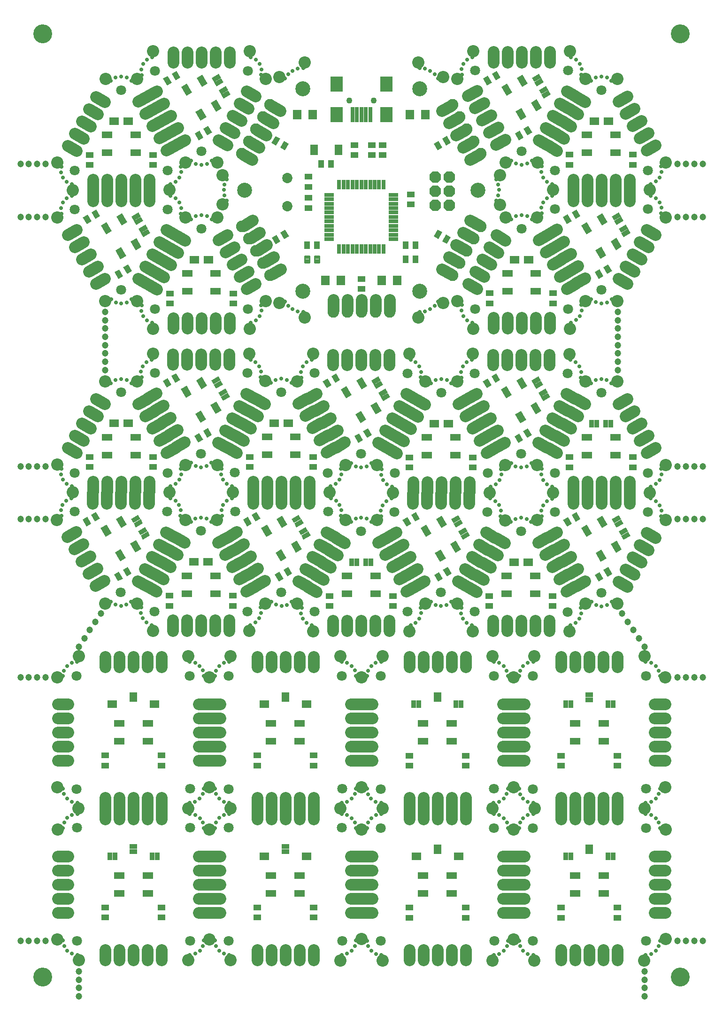
<source format=gts>
G04 EAGLE Gerber X2 export*
G75*
%MOIN*%
%FSLAX24Y24*%
%LPD*%
%AMOC8*
5,1,8,0,0,1.08239X$1,22.5*%
G01*
%ADD10C,0.070992*%
%ADD11C,0.027685*%
%ADD12C,0.106425*%
%ADD13C,0.086740*%
%ADD14C,0.047370*%
%ADD15C,0.133984*%
%ADD16R,0.039496X0.055244*%
%ADD17R,0.073000X0.047370*%
%ADD18R,0.033000X0.058000*%
%ADD19C,0.082000*%
%ADD20R,0.055244X0.039496*%
%ADD21R,0.058000X0.033000*%
%ADD22R,0.063118X0.070992*%
%ADD23C,0.073000*%
%ADD24R,0.027685X0.067055*%
%ADD25R,0.067055X0.027685*%
%ADD26R,0.057213X0.074929*%
%ADD27C,0.010750*%
%ADD28P,0.088756X8X292.500000*%
%ADD29R,0.027685X0.106425*%
%ADD30R,0.086740X0.106425*%
%ADD31C,0.043433*%
%ADD32C,0.082000*%


D10*
X15623Y34977D03*
X22218Y34974D03*
X18915Y29256D03*
D11*
X15408Y35921D03*
X15044Y35751D03*
X14784Y35451D03*
X14654Y35076D03*
X14689Y34675D03*
X18197Y28599D03*
X18529Y28375D03*
X18919Y28289D03*
X19311Y28370D03*
X19635Y28598D03*
X23146Y34678D03*
X23175Y35076D03*
X23050Y35454D03*
X22785Y35752D03*
X22426Y35925D03*
D10*
X4393Y4511D03*
X4393Y12541D03*
X12433Y4521D03*
X12423Y12541D03*
D11*
X3711Y13244D03*
X4040Y13462D03*
X4426Y13534D03*
X3492Y12914D03*
X3417Y12529D03*
X12411Y13534D03*
X12796Y13462D03*
X13123Y13240D03*
X13342Y12918D03*
X13417Y12525D03*
X3417Y4542D03*
X3492Y4153D03*
X3707Y3829D03*
X4037Y3608D03*
X4428Y3533D03*
X12409Y3533D03*
X12794Y3608D03*
X13123Y3827D03*
X13342Y4156D03*
X13417Y4542D03*
D12*
X28741Y50622D03*
X20441Y50612D03*
X32881Y57802D03*
X28741Y64982D03*
X20441Y64982D03*
X16291Y57802D03*
D11*
X15028Y57055D03*
X14874Y57421D03*
X14823Y57811D03*
X14874Y58201D03*
X15028Y58563D03*
X19157Y65717D03*
X19394Y66028D03*
X19709Y66268D03*
X20071Y66417D03*
X20461Y66469D03*
X28720Y66469D03*
X29110Y66417D03*
X29476Y66268D03*
X29787Y66028D03*
X30028Y65717D03*
X34154Y58563D03*
X34307Y58201D03*
X34358Y57811D03*
X34307Y57417D03*
X34154Y57055D03*
X30024Y49902D03*
X29787Y49591D03*
X29476Y49350D03*
X29110Y49201D03*
X28720Y49150D03*
X20461Y49150D03*
X20071Y49201D03*
X19705Y49350D03*
X19394Y49591D03*
X19157Y49902D03*
D10*
X9907Y27899D03*
X13207Y33609D03*
X16507Y27889D03*
D11*
X8982Y28184D03*
X8947Y27784D03*
X9077Y27409D03*
X9337Y27109D03*
X9702Y26939D03*
X16717Y26939D03*
X17077Y27114D03*
X17347Y27409D03*
X17472Y27789D03*
X17437Y28184D03*
X13927Y34264D03*
X13597Y34489D03*
X13207Y34569D03*
X12817Y34489D03*
X12487Y34264D03*
D10*
X4237Y37736D03*
X7537Y43446D03*
X10837Y37726D03*
D11*
X3312Y38021D03*
X3277Y37621D03*
X3407Y37246D03*
X3667Y36946D03*
X4032Y36776D03*
X11047Y36776D03*
X11407Y36951D03*
X11677Y37246D03*
X11802Y37626D03*
X11767Y38021D03*
X8257Y44101D03*
X7927Y44326D03*
X7537Y44406D03*
X7147Y44326D03*
X6817Y44101D03*
D10*
X15602Y37748D03*
X18902Y43458D03*
X22202Y37738D03*
D11*
X14677Y38033D03*
X14642Y37633D03*
X14772Y37258D03*
X15032Y36958D03*
X15397Y36788D03*
X22412Y36788D03*
X22772Y36963D03*
X23042Y37258D03*
X23167Y37638D03*
X23132Y38033D03*
X19622Y44113D03*
X19292Y44338D03*
X18902Y44418D03*
X18512Y44338D03*
X18182Y44113D03*
D10*
X4222Y34982D03*
X10817Y34979D03*
X7514Y29261D03*
D11*
X4007Y35925D03*
X3643Y35756D03*
X3383Y35456D03*
X3253Y35081D03*
X3289Y34679D03*
X6796Y28604D03*
X7128Y28380D03*
X7518Y28294D03*
X7910Y28375D03*
X8234Y28603D03*
X11745Y34683D03*
X11775Y35081D03*
X11649Y35459D03*
X11385Y35757D03*
X11025Y35930D03*
D10*
X9921Y44821D03*
X16516Y44819D03*
X13212Y39101D03*
D11*
X9705Y45765D03*
X9341Y45595D03*
X9081Y45295D03*
X8951Y44920D03*
X8987Y44519D03*
X12494Y38444D03*
X12826Y38220D03*
X13216Y38133D03*
X13608Y38215D03*
X13932Y38443D03*
X17443Y44523D03*
X17473Y44921D03*
X17347Y45299D03*
X17083Y45596D03*
X16723Y45770D03*
D10*
X38348Y34959D03*
X44943Y34956D03*
X41639Y29238D03*
D11*
X38132Y35903D03*
X37768Y35733D03*
X37508Y35433D03*
X37379Y35058D03*
X37414Y34657D03*
X40921Y28582D03*
X41253Y28357D03*
X41643Y28271D03*
X42035Y28353D03*
X42360Y28581D03*
X45870Y34660D03*
X45900Y35059D03*
X45774Y35436D03*
X45510Y35734D03*
X45150Y35907D03*
D10*
X32631Y27882D03*
X35931Y33592D03*
X39231Y27872D03*
D11*
X31706Y28167D03*
X31671Y27767D03*
X31801Y27392D03*
X32061Y27092D03*
X32426Y26922D03*
X39441Y26922D03*
X39801Y27097D03*
X40071Y27392D03*
X40196Y27772D03*
X40161Y28167D03*
X36651Y34247D03*
X36321Y34472D03*
X35931Y34552D03*
X35541Y34472D03*
X35211Y34247D03*
D10*
X26962Y37718D03*
X30262Y43428D03*
X33562Y37708D03*
D11*
X26037Y38003D03*
X26002Y37603D03*
X26132Y37228D03*
X26392Y36928D03*
X26757Y36758D03*
X33772Y36758D03*
X34132Y36933D03*
X34402Y37228D03*
X34527Y37608D03*
X34492Y38003D03*
X30982Y44083D03*
X30652Y44308D03*
X30262Y44388D03*
X29872Y44308D03*
X29542Y44083D03*
D10*
X38326Y37730D03*
X41626Y43440D03*
X44926Y37720D03*
D11*
X37401Y38015D03*
X37366Y37615D03*
X37496Y37240D03*
X37756Y36940D03*
X38121Y36770D03*
X45136Y36770D03*
X45496Y36945D03*
X45766Y37240D03*
X45891Y37620D03*
X45856Y38015D03*
X42346Y44095D03*
X42016Y44320D03*
X41626Y44400D03*
X41236Y44320D03*
X40906Y44095D03*
D10*
X26947Y34964D03*
X33542Y34961D03*
X30238Y29243D03*
D11*
X26731Y35908D03*
X26367Y35738D03*
X26107Y35438D03*
X25978Y35063D03*
X26013Y34662D03*
X29520Y28587D03*
X29852Y28362D03*
X30242Y28276D03*
X30634Y28358D03*
X30959Y28586D03*
X34469Y34665D03*
X34499Y35064D03*
X34373Y35441D03*
X34109Y35739D03*
X33749Y35912D03*
D10*
X32645Y44804D03*
X39240Y44801D03*
X35936Y39083D03*
D11*
X32429Y45747D03*
X32065Y45578D03*
X31806Y45278D03*
X31676Y44902D03*
X31711Y44501D03*
X35219Y38426D03*
X35550Y38202D03*
X35941Y38116D03*
X36332Y38197D03*
X36657Y38425D03*
X40167Y44505D03*
X40197Y44903D03*
X40071Y45281D03*
X39807Y45579D03*
X39447Y45752D03*
D10*
X9943Y66273D03*
X16538Y66270D03*
X13234Y60552D03*
D11*
X9727Y67217D03*
X9363Y67047D03*
X9103Y66747D03*
X8973Y66372D03*
X9009Y65971D03*
X12516Y59895D03*
X12848Y59671D03*
X13238Y59585D03*
X13630Y59667D03*
X13954Y59894D03*
X17465Y65974D03*
X17495Y66372D03*
X17369Y66750D03*
X17105Y67048D03*
X16745Y67221D03*
D10*
X9936Y49354D03*
X13236Y55064D03*
X16536Y49344D03*
D11*
X9011Y49639D03*
X8976Y49239D03*
X9106Y48864D03*
X9366Y48564D03*
X9731Y48394D03*
X16746Y48394D03*
X17106Y48569D03*
X17376Y48864D03*
X17501Y49244D03*
X17466Y49639D03*
X13956Y55719D03*
X13626Y55944D03*
X13236Y56024D03*
X12846Y55944D03*
X12516Y55719D03*
D10*
X38330Y59193D03*
X41630Y64903D03*
X44930Y59183D03*
D11*
X37405Y59478D03*
X37370Y59078D03*
X37500Y58703D03*
X37760Y58403D03*
X38125Y58233D03*
X45140Y58233D03*
X45500Y58408D03*
X45770Y58703D03*
X45895Y59083D03*
X45860Y59478D03*
X42350Y65558D03*
X42020Y65783D03*
X41630Y65863D03*
X41240Y65783D03*
X40910Y65558D03*
D10*
X38340Y56444D03*
X44935Y56441D03*
X41632Y50724D03*
D11*
X38124Y57388D03*
X37761Y57218D03*
X37501Y56918D03*
X37371Y56543D03*
X37406Y56142D03*
X40914Y50067D03*
X41245Y49842D03*
X41636Y49756D03*
X42027Y49838D03*
X42352Y50066D03*
X45862Y56145D03*
X45892Y56544D03*
X45767Y56921D03*
X45502Y57219D03*
X45142Y57393D03*
D10*
X21283Y44807D03*
X27878Y44804D03*
X24574Y39086D03*
D11*
X21067Y45750D03*
X20703Y45580D03*
X20444Y45280D03*
X20314Y44905D03*
X20349Y44504D03*
X23857Y38429D03*
X24188Y38205D03*
X24579Y38118D03*
X24970Y38200D03*
X25295Y38428D03*
X28805Y44508D03*
X28835Y44906D03*
X28709Y45284D03*
X28445Y45581D03*
X28085Y45755D03*
D10*
X21277Y27888D03*
X24577Y33598D03*
X27877Y27878D03*
D11*
X20352Y28173D03*
X20317Y27773D03*
X20447Y27398D03*
X20707Y27098D03*
X21072Y26928D03*
X28087Y26928D03*
X28447Y27103D03*
X28717Y27398D03*
X28842Y27778D03*
X28807Y28173D03*
X25297Y34253D03*
X24967Y34478D03*
X24577Y34558D03*
X24187Y34478D03*
X23857Y34253D03*
D10*
X32673Y66281D03*
X39268Y66278D03*
X35964Y60560D03*
D11*
X32457Y67225D03*
X32093Y67055D03*
X31833Y66755D03*
X31704Y66380D03*
X31739Y65979D03*
X35246Y59903D03*
X35578Y59679D03*
X35968Y59593D03*
X36360Y59675D03*
X36685Y59902D03*
X40195Y65982D03*
X40225Y66380D03*
X40099Y66758D03*
X39835Y67056D03*
X39475Y67229D03*
D10*
X32667Y49362D03*
X35967Y55072D03*
X39267Y49352D03*
D11*
X31742Y49647D03*
X31707Y49247D03*
X31837Y48872D03*
X32097Y48572D03*
X32462Y48402D03*
X39477Y48402D03*
X39837Y48577D03*
X40107Y48872D03*
X40232Y49252D03*
X40197Y49647D03*
X36687Y55727D03*
X36357Y55952D03*
X35967Y56032D03*
X35577Y55952D03*
X35247Y55727D03*
D10*
X4237Y59187D03*
X7537Y64897D03*
X10837Y59177D03*
D11*
X3312Y59472D03*
X3277Y59072D03*
X3407Y58697D03*
X3667Y58397D03*
X4032Y58227D03*
X11047Y58227D03*
X11407Y58402D03*
X11677Y58697D03*
X11802Y59077D03*
X11767Y59472D03*
X8257Y65552D03*
X7927Y65777D03*
X7537Y65857D03*
X7147Y65777D03*
X6817Y65552D03*
D10*
X4248Y56438D03*
X10843Y56436D03*
X7539Y50718D03*
D11*
X4032Y57382D03*
X3668Y57212D03*
X3408Y56912D03*
X3278Y56537D03*
X3314Y56136D03*
X6821Y50061D03*
X7153Y49837D03*
X7543Y49750D03*
X7935Y49832D03*
X8259Y50060D03*
X11770Y56140D03*
X11800Y56538D03*
X11674Y56916D03*
X11410Y57213D03*
X11050Y57387D03*
D10*
X4384Y15303D03*
X4384Y23333D03*
X12424Y15313D03*
X12414Y23333D03*
D11*
X3701Y24035D03*
X4031Y24254D03*
X4416Y24325D03*
X3483Y23706D03*
X3407Y23320D03*
X12401Y24325D03*
X12786Y24254D03*
X13114Y24031D03*
X13332Y23710D03*
X13407Y23317D03*
X3407Y15333D03*
X3483Y14944D03*
X3697Y14621D03*
X4027Y14400D03*
X4418Y14325D03*
X12399Y14325D03*
X12784Y14400D03*
X13114Y14619D03*
X13332Y14948D03*
X13407Y15333D03*
D10*
X15179Y15301D03*
X15179Y23331D03*
X23219Y15311D03*
X23209Y23331D03*
D11*
X14497Y24033D03*
X14826Y24252D03*
X15211Y24323D03*
X14278Y23704D03*
X14203Y23319D03*
X23196Y24323D03*
X23582Y24252D03*
X23909Y24029D03*
X24128Y23708D03*
X24203Y23315D03*
X14203Y15331D03*
X14278Y14942D03*
X14493Y14619D03*
X14822Y14398D03*
X15213Y14323D03*
X23194Y14323D03*
X23580Y14398D03*
X23909Y14617D03*
X24128Y14946D03*
X24203Y15331D03*
D10*
X15179Y4511D03*
X15179Y12541D03*
X23219Y4521D03*
X23209Y12541D03*
D11*
X14497Y13244D03*
X14826Y13462D03*
X15211Y13534D03*
X14278Y12914D03*
X14203Y12529D03*
X23196Y13534D03*
X23582Y13462D03*
X23909Y13240D03*
X24128Y12918D03*
X24203Y12525D03*
X14203Y4542D03*
X14278Y4153D03*
X14493Y3829D03*
X14822Y3608D03*
X15213Y3533D03*
X23194Y3533D03*
X23580Y3608D03*
X23909Y3827D03*
X24128Y4156D03*
X24203Y4542D03*
D10*
X25978Y4508D03*
X25978Y12538D03*
X34018Y4518D03*
X34008Y12538D03*
D11*
X25296Y13240D03*
X25625Y13459D03*
X26010Y13530D03*
X25077Y12910D03*
X25002Y12525D03*
X33996Y13530D03*
X34381Y13459D03*
X34708Y13236D03*
X34927Y12914D03*
X35002Y12521D03*
X25002Y4538D03*
X25077Y4149D03*
X25292Y3825D03*
X25621Y3604D03*
X26012Y3529D03*
X33994Y3529D03*
X34379Y3604D03*
X34708Y3823D03*
X34927Y4153D03*
X35002Y4538D03*
D10*
X25968Y15299D03*
X25968Y23329D03*
X34008Y15309D03*
X33998Y23329D03*
D11*
X25286Y24031D03*
X25615Y24250D03*
X26001Y24321D03*
X25067Y23702D03*
X24992Y23317D03*
X33986Y24321D03*
X34371Y24250D03*
X34698Y24027D03*
X34917Y23706D03*
X34992Y23313D03*
X24992Y15329D03*
X25067Y14940D03*
X25282Y14617D03*
X25611Y14396D03*
X26002Y14321D03*
X33984Y14321D03*
X34369Y14396D03*
X34698Y14615D03*
X34917Y14944D03*
X34992Y15329D03*
D10*
X36763Y15297D03*
X36763Y23327D03*
X44803Y15307D03*
X44793Y23327D03*
D11*
X36081Y24029D03*
X36411Y24248D03*
X36796Y24319D03*
X35863Y23700D03*
X35787Y23315D03*
X44781Y24319D03*
X45166Y24248D03*
X45493Y24025D03*
X45712Y23704D03*
X45787Y23311D03*
X35787Y15327D03*
X35863Y14938D03*
X36077Y14615D03*
X36407Y14394D03*
X36798Y14319D03*
X44779Y14319D03*
X45164Y14394D03*
X45493Y14613D03*
X45712Y14942D03*
X45787Y15327D03*
D10*
X36763Y4508D03*
X36763Y12538D03*
X44803Y4518D03*
X44793Y12538D03*
D11*
X36081Y13240D03*
X36411Y13459D03*
X36796Y13530D03*
X35863Y12910D03*
X35787Y12525D03*
X44781Y13530D03*
X45166Y13459D03*
X45493Y13236D03*
X45712Y12914D03*
X45787Y12521D03*
X35787Y4538D03*
X35863Y4149D03*
X36077Y3825D03*
X36407Y3604D03*
X36798Y3529D03*
X44779Y3529D03*
X45164Y3604D03*
X45493Y3823D03*
X45712Y4153D03*
X45787Y4538D03*
D13*
X4520Y3142D03*
X3016Y4634D03*
X3020Y12433D03*
X4516Y13929D03*
X12307Y13933D03*
X13807Y12425D03*
X15315Y13925D03*
X13807Y15425D03*
X12311Y3146D03*
X13807Y4634D03*
X15303Y3142D03*
X23094Y3138D03*
X26094Y3138D03*
X24606Y4646D03*
X33894Y3138D03*
X35394Y4638D03*
X36878Y3134D03*
X44681Y3138D03*
X46185Y4642D03*
X46189Y12429D03*
X44685Y13929D03*
X36898Y13929D03*
X35390Y12433D03*
X33890Y13925D03*
X35394Y15429D03*
X46181Y15425D03*
X24602Y12425D03*
X23098Y13925D03*
X24598Y15433D03*
X26094Y13921D03*
X3016Y15429D03*
X3016Y23220D03*
X4524Y24717D03*
X12299Y24720D03*
X13811Y23217D03*
X15303Y24720D03*
X23102Y24709D03*
X26098Y24717D03*
X24602Y23209D03*
X33886Y24720D03*
X35390Y23217D03*
X36878Y24713D03*
X44685Y24713D03*
X46181Y23220D03*
X10961Y36343D03*
X12098Y38299D03*
X14354Y38303D03*
X15484Y36350D03*
X14350Y34402D03*
X12087Y34394D03*
X23461Y38303D03*
X25705Y38287D03*
X26831Y36331D03*
X25701Y34382D03*
X23457Y34386D03*
X22335Y36350D03*
X34815Y38280D03*
X37079Y38295D03*
X38197Y36339D03*
X37071Y34378D03*
X34815Y34370D03*
X33693Y36339D03*
X12094Y59772D03*
X10969Y57811D03*
X12098Y55858D03*
X14370Y55862D03*
X14740Y56780D03*
X14740Y58854D03*
X14378Y59764D03*
X34449Y58850D03*
X34846Y59764D03*
X37087Y59760D03*
X38201Y57815D03*
X37083Y55858D03*
X34839Y55866D03*
X34445Y56760D03*
X16650Y46193D03*
X17772Y44244D03*
X20028Y44236D03*
X21157Y46177D03*
X20567Y48748D03*
X18768Y49787D03*
X17799Y49925D03*
X16665Y47969D03*
X28630Y48752D03*
X30417Y49799D03*
X31413Y49925D03*
X32531Y47969D03*
X32512Y46177D03*
X31398Y44220D03*
X29142Y44232D03*
X28012Y46181D03*
X6406Y44236D03*
X8669Y44240D03*
X9791Y46193D03*
X9807Y47969D03*
X8673Y49921D03*
X6417Y49917D03*
X42772Y49921D03*
X40512Y49929D03*
X39386Y47969D03*
X39378Y46173D03*
X40504Y44228D03*
X42764Y44228D03*
X2988Y38307D03*
X4102Y36350D03*
X2972Y34390D03*
X6406Y28457D03*
X8661Y28453D03*
X9787Y26508D03*
X16650Y26508D03*
X17780Y28461D03*
X20035Y28457D03*
X21161Y26500D03*
X28008Y26504D03*
X29130Y28449D03*
X31390Y28457D03*
X32516Y26500D03*
X39370Y26500D03*
X40512Y28445D03*
X42768Y28445D03*
X46189Y34378D03*
X45063Y36339D03*
X46193Y38295D03*
X2988Y55858D03*
X4114Y57803D03*
X2988Y59760D03*
X6421Y65693D03*
X8677Y65697D03*
X9811Y67654D03*
X16665Y67642D03*
X17791Y65693D03*
X18768Y65831D03*
X20563Y66870D03*
X28626Y66862D03*
X30417Y65827D03*
X31413Y65705D03*
X32531Y67654D03*
X39394Y67654D03*
X40512Y65701D03*
X42764Y65697D03*
X46189Y59764D03*
X45059Y57815D03*
X46193Y55862D03*
D14*
X4528Y2362D03*
X4528Y1772D03*
X4528Y1181D03*
X4528Y591D03*
X2165Y4528D03*
X1575Y4528D03*
X984Y4528D03*
X394Y4528D03*
X44685Y2362D03*
X44685Y1772D03*
X44685Y1181D03*
X44685Y591D03*
X47047Y4528D03*
X47638Y4528D03*
X48228Y4528D03*
X48819Y4528D03*
X47047Y23228D03*
X47638Y23228D03*
X48228Y23228D03*
X48819Y23228D03*
X2165Y23228D03*
X1575Y23228D03*
X984Y23228D03*
X394Y23228D03*
X2165Y59646D03*
X1575Y59646D03*
X984Y59646D03*
X394Y59646D03*
X47047Y59646D03*
X47638Y59646D03*
X48228Y59646D03*
X48819Y59646D03*
X47047Y55906D03*
X47638Y55906D03*
X48228Y55906D03*
X48819Y55906D03*
X2165Y55906D03*
X1575Y55906D03*
X984Y55906D03*
X394Y55906D03*
X394Y38189D03*
X984Y38189D03*
X1575Y38189D03*
X2165Y38189D03*
X394Y34449D03*
X984Y34449D03*
X1575Y34449D03*
X2165Y34449D03*
X47047Y38189D03*
X47638Y38189D03*
X48228Y38189D03*
X48819Y38189D03*
X47047Y34449D03*
X47638Y34449D03*
X48228Y34449D03*
X48819Y34449D03*
X6398Y49163D03*
X6398Y48573D03*
X6398Y47982D03*
X6398Y47392D03*
X6398Y46801D03*
X6398Y46211D03*
X6398Y45620D03*
X6398Y45030D03*
X42815Y49163D03*
X42815Y48573D03*
X42815Y47982D03*
X42815Y47392D03*
X42815Y46801D03*
X42815Y46211D03*
X42815Y45620D03*
X42815Y45030D03*
X6102Y27756D03*
X5709Y27165D03*
X5315Y26575D03*
X4921Y25984D03*
X4528Y25394D03*
X43110Y27756D03*
X43504Y27165D03*
X43898Y26575D03*
X44291Y25984D03*
X44685Y25394D03*
D15*
X1969Y1969D03*
X47244Y1969D03*
X47244Y68898D03*
X1969Y68898D03*
D16*
G36*
X16805Y34765D02*
X17145Y34962D01*
X17421Y34485D01*
X17081Y34288D01*
X16805Y34765D01*
G37*
G36*
X16192Y34410D02*
X16532Y34607D01*
X16808Y34130D01*
X16468Y33933D01*
X16192Y34410D01*
G37*
D17*
G36*
X18903Y32309D02*
X19268Y31678D01*
X18859Y31441D01*
X18494Y32072D01*
X18903Y32309D01*
G37*
G36*
X17888Y34067D02*
X18253Y33436D01*
X17844Y33199D01*
X17479Y33830D01*
X17888Y34067D01*
G37*
G36*
X18979Y34697D02*
X19344Y34066D01*
X18935Y33829D01*
X18570Y34460D01*
X18979Y34697D01*
G37*
G36*
X19994Y32939D02*
X20359Y32308D01*
X19950Y32071D01*
X19585Y32702D01*
X19994Y32939D01*
G37*
D18*
G36*
X20320Y34441D02*
X20485Y34156D01*
X19984Y33867D01*
X19819Y34152D01*
X20320Y34441D01*
G37*
G36*
X20143Y34748D02*
X20308Y34463D01*
X19807Y34174D01*
X19642Y34459D01*
X20143Y34748D01*
G37*
G36*
X20307Y33308D02*
X20142Y33593D01*
X20643Y33882D01*
X20808Y33597D01*
X20307Y33308D01*
G37*
G36*
X20484Y33001D02*
X20319Y33286D01*
X20820Y33575D01*
X20985Y33290D01*
X20484Y33001D01*
G37*
D16*
G36*
X19055Y30868D02*
X19395Y31065D01*
X19671Y30588D01*
X19331Y30391D01*
X19055Y30868D01*
G37*
G36*
X18442Y30513D02*
X18782Y30710D01*
X19058Y30233D01*
X18718Y30036D01*
X18442Y30513D01*
G37*
D19*
X15736Y33541D02*
X15096Y33171D01*
X15596Y32305D02*
X16236Y32675D01*
X16736Y31809D02*
X16096Y31439D01*
X16596Y30573D02*
X17236Y30943D01*
X17736Y30077D02*
X17096Y29707D01*
X20115Y30057D02*
X20756Y29687D01*
X21256Y30553D02*
X20615Y30923D01*
X21115Y31789D02*
X21756Y31419D01*
X22256Y32285D02*
X21615Y32655D01*
X22115Y33521D02*
X22756Y33151D01*
X16914Y35568D02*
X16914Y36308D01*
X17914Y36308D02*
X17914Y35568D01*
X18914Y35568D02*
X18914Y36308D01*
X19914Y36308D02*
X19914Y35568D01*
X20914Y35568D02*
X20914Y36308D01*
D20*
X6413Y6886D03*
X6413Y6177D03*
D17*
X9428Y7902D03*
X7399Y7902D03*
X7399Y9161D03*
X9428Y9161D03*
D18*
X9736Y10531D03*
X10091Y10531D03*
D21*
X8413Y10854D03*
X8413Y11209D03*
D18*
X7091Y10531D03*
X6736Y10531D03*
D19*
X3783Y6531D02*
X3043Y6531D01*
X3043Y7531D02*
X3783Y7531D01*
X3783Y8531D02*
X3043Y8531D01*
X3043Y9531D02*
X3783Y9531D01*
X3783Y10531D02*
X3043Y10531D01*
X13043Y6531D02*
X13783Y6531D01*
X13783Y7531D02*
X13043Y7531D01*
X13043Y8531D02*
X13783Y8531D01*
X13783Y9531D02*
X13043Y9531D01*
X13043Y10531D02*
X13783Y10531D01*
X6413Y13161D02*
X6413Y13901D01*
X7413Y13901D02*
X7413Y13161D01*
X8413Y13161D02*
X8413Y13901D01*
X9413Y13901D02*
X9413Y13161D01*
X10413Y13161D02*
X10413Y13901D01*
X6413Y3901D02*
X6413Y3161D01*
X7413Y3161D02*
X7413Y3901D01*
X8413Y3901D02*
X8413Y3161D01*
X9413Y3161D02*
X9413Y3901D01*
X10413Y3901D02*
X10413Y3161D01*
D20*
X10413Y6886D03*
X10413Y6177D03*
D16*
X27736Y52892D03*
X28445Y52892D03*
D22*
X21142Y63142D03*
X20039Y63142D03*
D16*
X21736Y59642D03*
X22445Y59642D03*
X28445Y53892D03*
X27736Y53892D03*
D20*
X28091Y57496D03*
X28091Y56787D03*
D16*
X21445Y53892D03*
X20736Y53892D03*
D23*
X19341Y58642D03*
X19341Y56642D03*
D20*
X20841Y56537D03*
X20841Y57246D03*
X20841Y58746D03*
X20841Y58037D03*
X24091Y60996D03*
X24091Y60287D03*
X25341Y60287D03*
X25341Y60996D03*
X26091Y60287D03*
X26091Y60996D03*
D24*
X26165Y58175D03*
X25850Y58175D03*
X25535Y58175D03*
X25220Y58175D03*
X24906Y58175D03*
X24591Y58175D03*
X24276Y58175D03*
X23961Y58175D03*
X23646Y58175D03*
X23331Y58175D03*
X23016Y58175D03*
D25*
X22307Y57467D03*
X22307Y57152D03*
X22307Y56837D03*
X22307Y56522D03*
X22307Y56207D03*
X22307Y55892D03*
X22307Y55577D03*
X22307Y55262D03*
X22307Y54947D03*
X22307Y54632D03*
X22307Y54317D03*
D24*
X23016Y53608D03*
X23331Y53608D03*
X23646Y53608D03*
X23961Y53608D03*
X24276Y53608D03*
X24591Y53608D03*
X24906Y53608D03*
X25220Y53608D03*
X25535Y53608D03*
X25850Y53608D03*
X26165Y53608D03*
D25*
X26874Y54317D03*
X26874Y54632D03*
X26874Y54947D03*
X26874Y55262D03*
X26874Y55577D03*
X26874Y55892D03*
X26874Y56207D03*
X26874Y56522D03*
X26874Y56837D03*
X26874Y57152D03*
X26874Y57467D03*
D26*
X22957Y60642D03*
X21224Y60642D03*
D27*
X21280Y53128D02*
X21602Y53128D01*
X21602Y52656D01*
X21280Y52656D01*
X21280Y53128D01*
X21280Y52763D02*
X21602Y52763D01*
X21602Y52870D02*
X21280Y52870D01*
X21280Y52977D02*
X21602Y52977D01*
X21602Y53084D02*
X21280Y53084D01*
X20902Y53128D02*
X20580Y53128D01*
X20902Y53128D02*
X20902Y52656D01*
X20580Y52656D01*
X20580Y53128D01*
X20580Y52763D02*
X20902Y52763D01*
X20902Y52870D02*
X20580Y52870D01*
X20580Y52977D02*
X20902Y52977D01*
X20902Y53084D02*
X20580Y53084D01*
D28*
X29841Y58709D03*
X30841Y58709D03*
X29841Y57709D03*
X30841Y57709D03*
X29841Y56709D03*
X30841Y56709D03*
D20*
X24591Y51496D03*
X24591Y50787D03*
D29*
X24591Y63157D03*
X24906Y63157D03*
X23961Y63157D03*
X24276Y63157D03*
D30*
X22819Y65323D03*
X26362Y65323D03*
X22819Y63157D03*
X26362Y63157D03*
D29*
X25220Y63157D03*
D31*
X25457Y64142D03*
X23724Y64142D03*
D22*
X28039Y63142D03*
X29142Y63142D03*
X23142Y51392D03*
X22039Y51392D03*
X26039Y51392D03*
X27142Y51392D03*
D32*
X26591Y49142D03*
X25591Y49142D03*
X24591Y49142D03*
X23591Y49142D03*
X22591Y49142D03*
D19*
X26591Y49272D02*
X26591Y50012D01*
X25591Y50012D02*
X25591Y49272D01*
X24591Y49272D02*
X24591Y50012D01*
X23591Y50012D02*
X23591Y49272D01*
X22591Y49272D02*
X22591Y50012D01*
D32*
X31069Y51757D03*
X31569Y52623D03*
X32069Y53489D03*
X32569Y54355D03*
X33069Y55222D03*
D19*
X30956Y51822D02*
X30315Y52192D01*
X30815Y53058D02*
X31456Y52688D01*
X31956Y53554D02*
X31315Y53924D01*
X31815Y54790D02*
X32456Y54420D01*
X32956Y55287D02*
X32315Y55657D01*
D16*
G36*
X30062Y54330D02*
X29722Y54527D01*
X29998Y55004D01*
X30338Y54807D01*
X30062Y54330D01*
G37*
G36*
X30675Y53975D02*
X30335Y54172D01*
X30611Y54649D01*
X30951Y54452D01*
X30675Y53975D01*
G37*
D32*
X33069Y60395D03*
X32569Y61261D03*
X32069Y62127D03*
X31569Y62993D03*
X31069Y63859D03*
D19*
X32956Y60330D02*
X32315Y59960D01*
X31815Y60826D02*
X32456Y61196D01*
X31956Y62062D02*
X31315Y61692D01*
X30815Y62558D02*
X31456Y62928D01*
X30956Y63794D02*
X30315Y63424D01*
D16*
G36*
X30338Y60810D02*
X29998Y60613D01*
X29722Y61090D01*
X30062Y61287D01*
X30338Y60810D01*
G37*
G36*
X30951Y61164D02*
X30611Y60967D01*
X30335Y61444D01*
X30675Y61641D01*
X30951Y61164D01*
G37*
D32*
X18093Y63856D03*
X17593Y62990D03*
X17093Y62124D03*
X16593Y61258D03*
X16093Y60392D03*
D19*
X18205Y63791D02*
X18846Y63421D01*
X18346Y62555D02*
X17705Y62925D01*
X17205Y62059D02*
X17846Y61689D01*
X17346Y60823D02*
X16705Y61193D01*
X16205Y60327D02*
X16846Y59957D01*
D16*
G36*
X19099Y61284D02*
X19439Y61087D01*
X19163Y60610D01*
X18823Y60807D01*
X19099Y61284D01*
G37*
G36*
X18486Y61638D02*
X18826Y61441D01*
X18550Y60964D01*
X18210Y61161D01*
X18486Y61638D01*
G37*
D32*
X16107Y55207D03*
X16607Y54341D03*
X17107Y53475D03*
X17607Y52609D03*
X18107Y51743D03*
D19*
X16219Y55272D02*
X16860Y55642D01*
X17360Y54776D02*
X16719Y54406D01*
X17219Y53540D02*
X17860Y53910D01*
X18360Y53044D02*
X17719Y52674D01*
X18219Y51808D02*
X18860Y52178D01*
D16*
G36*
X18838Y54792D02*
X19178Y54989D01*
X19454Y54512D01*
X19114Y54315D01*
X18838Y54792D01*
G37*
G36*
X18224Y54438D02*
X18564Y54635D01*
X18840Y54158D01*
X18500Y53961D01*
X18224Y54438D01*
G37*
D20*
X10957Y29014D03*
X10957Y28305D03*
D17*
X14221Y29170D03*
X12192Y29170D03*
X12192Y30429D03*
X14221Y30429D03*
D18*
X12884Y31409D03*
X12530Y31409D03*
X13530Y31409D03*
X13884Y31409D03*
D20*
X15457Y29014D03*
X15457Y28305D03*
D19*
X11207Y27279D02*
X11207Y26539D01*
X12207Y26539D02*
X12207Y27279D01*
X13207Y27279D02*
X13207Y26539D01*
X14207Y26539D02*
X14207Y27279D01*
X15207Y27279D02*
X15207Y26539D01*
X16414Y29329D02*
X17055Y29699D01*
X16555Y30565D02*
X15914Y30195D01*
X15414Y31061D02*
X16055Y31431D01*
X15555Y32298D02*
X14914Y31928D01*
X14414Y32794D02*
X15055Y33164D01*
X10041Y29313D02*
X9400Y29683D01*
X9900Y30549D02*
X10541Y30179D01*
X11041Y31045D02*
X10400Y31415D01*
X10900Y32281D02*
X11541Y31911D01*
X12041Y32777D02*
X11400Y33147D01*
D20*
X5287Y38850D03*
X5287Y38142D03*
D17*
X8552Y39006D03*
X6523Y39006D03*
X6523Y40266D03*
X8552Y40266D03*
D18*
X7215Y41246D03*
X6860Y41246D03*
X7860Y41246D03*
X8215Y41246D03*
D20*
X9787Y38850D03*
X9787Y38142D03*
D19*
X5537Y37116D02*
X5537Y36376D01*
X6537Y36376D02*
X6537Y37116D01*
X7537Y37116D02*
X7537Y36376D01*
X8537Y36376D02*
X8537Y37116D01*
X9537Y37116D02*
X9537Y36376D01*
X10744Y39166D02*
X11385Y39536D01*
X10885Y40402D02*
X10244Y40032D01*
X9744Y40898D02*
X10385Y41268D01*
X9885Y42134D02*
X9244Y41764D01*
X8744Y42630D02*
X9385Y43000D01*
X4371Y39149D02*
X3731Y39519D01*
X4231Y40385D02*
X4871Y40015D01*
X5371Y40881D02*
X4731Y41251D01*
X5231Y42117D02*
X5871Y41747D01*
X6371Y42613D02*
X5731Y42983D01*
D20*
X16652Y38862D03*
X16652Y38154D03*
D17*
X19916Y39018D03*
X17887Y39018D03*
X17887Y40278D03*
X19916Y40278D03*
D18*
X18579Y41258D03*
X18224Y41258D03*
X19224Y41258D03*
X19579Y41258D03*
D20*
X21152Y38862D03*
X21152Y38154D03*
D19*
X16902Y37128D02*
X16902Y36388D01*
X17902Y36388D02*
X17902Y37128D01*
X18902Y37128D02*
X18902Y36388D01*
X19902Y36388D02*
X19902Y37128D01*
X20902Y37128D02*
X20902Y36388D01*
X22109Y39178D02*
X22749Y39548D01*
X22249Y40414D02*
X21609Y40044D01*
X21109Y40910D02*
X21749Y41280D01*
X21249Y42146D02*
X20609Y41776D01*
X20109Y42642D02*
X20749Y43012D01*
X15736Y39161D02*
X15095Y39531D01*
X15595Y40397D02*
X16236Y40027D01*
X16736Y40893D02*
X16095Y41263D01*
X16595Y42129D02*
X17236Y41759D01*
X17736Y42625D02*
X17095Y42995D01*
D16*
G36*
X5404Y34770D02*
X5744Y34967D01*
X6020Y34490D01*
X5680Y34293D01*
X5404Y34770D01*
G37*
G36*
X4791Y34415D02*
X5131Y34612D01*
X5407Y34135D01*
X5067Y33938D01*
X4791Y34415D01*
G37*
D17*
G36*
X7502Y32314D02*
X7867Y31683D01*
X7458Y31446D01*
X7093Y32077D01*
X7502Y32314D01*
G37*
G36*
X6487Y34072D02*
X6852Y33441D01*
X6443Y33204D01*
X6078Y33835D01*
X6487Y34072D01*
G37*
G36*
X7578Y34702D02*
X7943Y34071D01*
X7534Y33834D01*
X7169Y34465D01*
X7578Y34702D01*
G37*
G36*
X8593Y32944D02*
X8958Y32313D01*
X8549Y32076D01*
X8184Y32707D01*
X8593Y32944D01*
G37*
D18*
G36*
X8919Y34446D02*
X9084Y34161D01*
X8583Y33872D01*
X8418Y34157D01*
X8919Y34446D01*
G37*
G36*
X8742Y34752D02*
X8907Y34467D01*
X8406Y34178D01*
X8241Y34463D01*
X8742Y34752D01*
G37*
G36*
X8906Y33312D02*
X8741Y33597D01*
X9242Y33886D01*
X9407Y33601D01*
X8906Y33312D01*
G37*
G36*
X9083Y33006D02*
X8918Y33291D01*
X9419Y33580D01*
X9584Y33295D01*
X9083Y33006D01*
G37*
D16*
G36*
X7654Y30873D02*
X7994Y31070D01*
X8270Y30593D01*
X7930Y30396D01*
X7654Y30873D01*
G37*
G36*
X7041Y30518D02*
X7381Y30715D01*
X7657Y30238D01*
X7317Y30041D01*
X7041Y30518D01*
G37*
D19*
X4335Y33546D02*
X3695Y33176D01*
X4195Y32310D02*
X4835Y32680D01*
X5335Y31814D02*
X4695Y31444D01*
X5195Y30578D02*
X5835Y30948D01*
X6335Y30082D02*
X5695Y29712D01*
X8714Y30062D02*
X9355Y29692D01*
X9855Y30558D02*
X9214Y30928D01*
X9714Y31794D02*
X10355Y31424D01*
X10855Y32290D02*
X10214Y32660D01*
X10714Y33526D02*
X11355Y33156D01*
X5513Y35572D02*
X5513Y36312D01*
X6513Y36312D02*
X6513Y35572D01*
X7513Y35572D02*
X7513Y36312D01*
X8513Y36312D02*
X8513Y35572D01*
X9513Y35572D02*
X9513Y36312D01*
D16*
G36*
X11103Y44609D02*
X11443Y44806D01*
X11719Y44329D01*
X11379Y44132D01*
X11103Y44609D01*
G37*
G36*
X10489Y44255D02*
X10829Y44452D01*
X11105Y43975D01*
X10765Y43778D01*
X10489Y44255D01*
G37*
D17*
G36*
X13200Y42154D02*
X13565Y41523D01*
X13156Y41286D01*
X12791Y41917D01*
X13200Y42154D01*
G37*
G36*
X12185Y43911D02*
X12550Y43280D01*
X12141Y43043D01*
X11776Y43674D01*
X12185Y43911D01*
G37*
G36*
X13276Y44541D02*
X13641Y43910D01*
X13232Y43673D01*
X12867Y44304D01*
X13276Y44541D01*
G37*
G36*
X14291Y42784D02*
X14656Y42153D01*
X14247Y41916D01*
X13882Y42547D01*
X14291Y42784D01*
G37*
D18*
G36*
X14617Y44285D02*
X14782Y44000D01*
X14281Y43711D01*
X14116Y43996D01*
X14617Y44285D01*
G37*
G36*
X14440Y44592D02*
X14605Y44307D01*
X14104Y44018D01*
X13939Y44303D01*
X14440Y44592D01*
G37*
G36*
X14604Y43152D02*
X14439Y43437D01*
X14940Y43726D01*
X15105Y43441D01*
X14604Y43152D01*
G37*
G36*
X14781Y42845D02*
X14616Y43130D01*
X15117Y43419D01*
X15282Y43134D01*
X14781Y42845D01*
G37*
D16*
G36*
X13353Y40712D02*
X13693Y40909D01*
X13969Y40432D01*
X13629Y40235D01*
X13353Y40712D01*
G37*
G36*
X12739Y40358D02*
X13079Y40555D01*
X13355Y40078D01*
X13015Y39881D01*
X12739Y40358D01*
G37*
D19*
X10034Y43386D02*
X9393Y43016D01*
X9893Y42150D02*
X10534Y42520D01*
X11034Y41654D02*
X10393Y41284D01*
X10893Y40418D02*
X11534Y40788D01*
X12034Y39922D02*
X11393Y39552D01*
X14412Y39901D02*
X15053Y39531D01*
X15553Y40397D02*
X14912Y40767D01*
X15412Y41633D02*
X16053Y41263D01*
X16553Y42129D02*
X15912Y42499D01*
X16412Y43365D02*
X17053Y42995D01*
X11212Y45412D02*
X11212Y46152D01*
X12212Y46152D02*
X12212Y45412D01*
X13212Y45412D02*
X13212Y46152D01*
X14212Y46152D02*
X14212Y45412D01*
X15212Y45412D02*
X15212Y46152D01*
D16*
G36*
X39530Y34747D02*
X39870Y34944D01*
X40146Y34467D01*
X39806Y34270D01*
X39530Y34747D01*
G37*
G36*
X38916Y34393D02*
X39256Y34590D01*
X39532Y34113D01*
X39192Y33916D01*
X38916Y34393D01*
G37*
D17*
G36*
X41627Y32292D02*
X41992Y31661D01*
X41583Y31424D01*
X41218Y32055D01*
X41627Y32292D01*
G37*
G36*
X40612Y34049D02*
X40977Y33418D01*
X40568Y33181D01*
X40203Y33812D01*
X40612Y34049D01*
G37*
G36*
X41703Y34679D02*
X42068Y34048D01*
X41659Y33811D01*
X41294Y34442D01*
X41703Y34679D01*
G37*
G36*
X42718Y32922D02*
X43083Y32291D01*
X42674Y32054D01*
X42309Y32685D01*
X42718Y32922D01*
G37*
D18*
G36*
X43044Y34423D02*
X43209Y34138D01*
X42708Y33849D01*
X42543Y34134D01*
X43044Y34423D01*
G37*
G36*
X42867Y34730D02*
X43032Y34445D01*
X42531Y34156D01*
X42366Y34441D01*
X42867Y34730D01*
G37*
G36*
X43031Y33290D02*
X42866Y33575D01*
X43367Y33864D01*
X43532Y33579D01*
X43031Y33290D01*
G37*
G36*
X43208Y32983D02*
X43043Y33268D01*
X43544Y33557D01*
X43709Y33272D01*
X43208Y32983D01*
G37*
D16*
G36*
X41780Y30850D02*
X42120Y31047D01*
X42396Y30570D01*
X42056Y30373D01*
X41780Y30850D01*
G37*
G36*
X41166Y30496D02*
X41506Y30693D01*
X41782Y30216D01*
X41442Y30019D01*
X41166Y30496D01*
G37*
D19*
X38461Y33523D02*
X37820Y33153D01*
X38320Y32287D02*
X38961Y32657D01*
X39461Y31791D02*
X38820Y31421D01*
X39320Y30555D02*
X39961Y30925D01*
X40461Y30059D02*
X39820Y29689D01*
X42840Y30039D02*
X43481Y29669D01*
X43981Y30535D02*
X43340Y30905D01*
X43840Y31771D02*
X44481Y31401D01*
X44981Y32267D02*
X44340Y32637D01*
X44840Y33503D02*
X45481Y33133D01*
X39639Y35550D02*
X39639Y36290D01*
X40639Y36290D02*
X40639Y35550D01*
X41639Y35550D02*
X41639Y36290D01*
X42639Y36290D02*
X42639Y35550D01*
X43639Y35550D02*
X43639Y36290D01*
D20*
X33681Y28996D03*
X33681Y28287D03*
D17*
X36946Y29152D03*
X34917Y29152D03*
X34917Y30412D03*
X36946Y30412D03*
D18*
X35608Y31392D03*
X35254Y31392D03*
X36254Y31392D03*
X36608Y31392D03*
D20*
X38181Y28996D03*
X38181Y28287D03*
D19*
X33931Y27262D02*
X33931Y26522D01*
X34931Y26522D02*
X34931Y27262D01*
X35931Y27262D02*
X35931Y26522D01*
X36931Y26522D02*
X36931Y27262D01*
X37931Y27262D02*
X37931Y26522D01*
X39138Y29312D02*
X39779Y29682D01*
X39279Y30548D02*
X38638Y30178D01*
X38138Y31044D02*
X38779Y31414D01*
X38279Y32280D02*
X37638Y31910D01*
X37138Y32776D02*
X37779Y33146D01*
X32765Y29295D02*
X32124Y29665D01*
X32624Y30531D02*
X33265Y30161D01*
X33765Y31027D02*
X33124Y31397D01*
X33624Y32263D02*
X34265Y31893D01*
X34765Y32759D02*
X34124Y33129D01*
D20*
X28012Y38833D03*
X28012Y38124D03*
D17*
X31276Y38988D03*
X29247Y38988D03*
X29247Y40248D03*
X31276Y40248D03*
D18*
X29939Y41228D03*
X29585Y41228D03*
X30585Y41228D03*
X30939Y41228D03*
D20*
X32512Y38833D03*
X32512Y38124D03*
D19*
X28262Y37098D02*
X28262Y36358D01*
X29262Y36358D02*
X29262Y37098D01*
X30262Y37098D02*
X30262Y36358D01*
X31262Y36358D02*
X31262Y37098D01*
X32262Y37098D02*
X32262Y36358D01*
X33469Y39148D02*
X34110Y39518D01*
X33610Y40384D02*
X32969Y40014D01*
X32469Y40880D02*
X33110Y41250D01*
X32610Y42116D02*
X31969Y41746D01*
X31469Y42612D02*
X32110Y42982D01*
X27096Y39132D02*
X26455Y39502D01*
X26955Y40368D02*
X27596Y39998D01*
X28096Y40864D02*
X27455Y41234D01*
X27955Y42100D02*
X28596Y41730D01*
X29096Y42596D02*
X28455Y42966D01*
D20*
X39376Y38844D03*
X39376Y38136D03*
D17*
X42641Y39000D03*
X40611Y39000D03*
X40611Y40260D03*
X42641Y40260D03*
D18*
X41303Y41240D03*
X40949Y41240D03*
X41949Y41240D03*
X42303Y41240D03*
D20*
X43876Y38844D03*
X43876Y38136D03*
D19*
X39626Y37110D02*
X39626Y36370D01*
X40626Y36370D02*
X40626Y37110D01*
X41626Y37110D02*
X41626Y36370D01*
X42626Y36370D02*
X42626Y37110D01*
X43626Y37110D02*
X43626Y36370D01*
X44833Y39160D02*
X45474Y39530D01*
X44974Y40396D02*
X44333Y40026D01*
X43833Y40892D02*
X44474Y41262D01*
X43974Y42128D02*
X43333Y41758D01*
X42833Y42624D02*
X43474Y42994D01*
X38460Y39143D02*
X37819Y39513D01*
X38319Y40379D02*
X38960Y40009D01*
X39460Y40876D02*
X38819Y41246D01*
X39319Y42112D02*
X39960Y41742D01*
X40460Y42608D02*
X39819Y42978D01*
D16*
G36*
X28129Y34752D02*
X28469Y34949D01*
X28745Y34472D01*
X28405Y34275D01*
X28129Y34752D01*
G37*
G36*
X27515Y34398D02*
X27855Y34595D01*
X28131Y34118D01*
X27791Y33921D01*
X27515Y34398D01*
G37*
D17*
G36*
X30226Y32297D02*
X30591Y31666D01*
X30182Y31429D01*
X29817Y32060D01*
X30226Y32297D01*
G37*
G36*
X29211Y34054D02*
X29576Y33423D01*
X29167Y33186D01*
X28802Y33817D01*
X29211Y34054D01*
G37*
G36*
X30302Y34684D02*
X30667Y34053D01*
X30258Y33816D01*
X29893Y34447D01*
X30302Y34684D01*
G37*
G36*
X31317Y32927D02*
X31682Y32296D01*
X31273Y32059D01*
X30908Y32690D01*
X31317Y32927D01*
G37*
D18*
G36*
X31643Y34428D02*
X31808Y34143D01*
X31307Y33854D01*
X31142Y34139D01*
X31643Y34428D01*
G37*
G36*
X31466Y34735D02*
X31631Y34450D01*
X31130Y34161D01*
X30965Y34446D01*
X31466Y34735D01*
G37*
G36*
X31630Y33295D02*
X31465Y33580D01*
X31966Y33869D01*
X32131Y33584D01*
X31630Y33295D01*
G37*
G36*
X31807Y32988D02*
X31642Y33273D01*
X32143Y33562D01*
X32308Y33277D01*
X31807Y32988D01*
G37*
D16*
G36*
X30379Y30855D02*
X30719Y31052D01*
X30995Y30575D01*
X30655Y30378D01*
X30379Y30855D01*
G37*
G36*
X29765Y30501D02*
X30105Y30698D01*
X30381Y30221D01*
X30041Y30024D01*
X29765Y30501D01*
G37*
D19*
X27060Y33528D02*
X26419Y33158D01*
X26919Y32292D02*
X27560Y32662D01*
X28060Y31796D02*
X27419Y31426D01*
X27919Y30560D02*
X28560Y30930D01*
X29060Y30064D02*
X28419Y29694D01*
X31439Y30044D02*
X32080Y29674D01*
X32580Y30540D02*
X31939Y30910D01*
X32439Y31776D02*
X33080Y31406D01*
X33580Y32272D02*
X32939Y32642D01*
X33439Y33508D02*
X34080Y33138D01*
X28238Y35555D02*
X28238Y36295D01*
X29238Y36295D02*
X29238Y35555D01*
X30238Y35555D02*
X30238Y36295D01*
X31238Y36295D02*
X31238Y35555D01*
X32238Y35555D02*
X32238Y36295D01*
D16*
G36*
X33827Y44592D02*
X34167Y44789D01*
X34443Y44312D01*
X34103Y44115D01*
X33827Y44592D01*
G37*
G36*
X33213Y44237D02*
X33553Y44434D01*
X33829Y43957D01*
X33489Y43760D01*
X33213Y44237D01*
G37*
D17*
G36*
X35924Y42136D02*
X36289Y41505D01*
X35880Y41268D01*
X35515Y41899D01*
X35924Y42136D01*
G37*
G36*
X34910Y43894D02*
X35275Y43263D01*
X34866Y43026D01*
X34501Y43657D01*
X34910Y43894D01*
G37*
G36*
X36001Y44523D02*
X36366Y43892D01*
X35957Y43655D01*
X35592Y44286D01*
X36001Y44523D01*
G37*
G36*
X37015Y42766D02*
X37380Y42135D01*
X36971Y41898D01*
X36606Y42529D01*
X37015Y42766D01*
G37*
D18*
G36*
X37341Y44267D02*
X37506Y43982D01*
X37005Y43693D01*
X36840Y43978D01*
X37341Y44267D01*
G37*
G36*
X37164Y44574D02*
X37329Y44289D01*
X36828Y44000D01*
X36663Y44285D01*
X37164Y44574D01*
G37*
G36*
X37328Y43134D02*
X37163Y43419D01*
X37664Y43708D01*
X37829Y43423D01*
X37328Y43134D01*
G37*
G36*
X37505Y42827D02*
X37340Y43112D01*
X37841Y43401D01*
X38006Y43116D01*
X37505Y42827D01*
G37*
D16*
G36*
X36077Y40694D02*
X36417Y40891D01*
X36693Y40414D01*
X36353Y40217D01*
X36077Y40694D01*
G37*
G36*
X35463Y40340D02*
X35803Y40537D01*
X36079Y40060D01*
X35739Y39863D01*
X35463Y40340D01*
G37*
D19*
X32758Y43368D02*
X32117Y42998D01*
X32617Y42132D02*
X33258Y42502D01*
X33758Y41636D02*
X33117Y41266D01*
X33617Y40400D02*
X34258Y40770D01*
X34758Y39904D02*
X34117Y39534D01*
X37137Y39884D02*
X37778Y39514D01*
X38278Y40380D02*
X37637Y40750D01*
X38137Y41616D02*
X38778Y41246D01*
X39278Y42112D02*
X38637Y42482D01*
X39137Y43348D02*
X39778Y42978D01*
X33936Y45394D02*
X33936Y46134D01*
X34936Y46134D02*
X34936Y45394D01*
X35936Y45394D02*
X35936Y46134D01*
X36936Y46134D02*
X36936Y45394D01*
X37936Y45394D02*
X37936Y46134D01*
D16*
G36*
X11125Y66061D02*
X11465Y66258D01*
X11741Y65781D01*
X11401Y65584D01*
X11125Y66061D01*
G37*
G36*
X10511Y65707D02*
X10851Y65904D01*
X11127Y65427D01*
X10787Y65230D01*
X10511Y65707D01*
G37*
D17*
G36*
X13222Y63606D02*
X13587Y62975D01*
X13178Y62738D01*
X12813Y63369D01*
X13222Y63606D01*
G37*
G36*
X12207Y65363D02*
X12572Y64732D01*
X12163Y64495D01*
X11798Y65126D01*
X12207Y65363D01*
G37*
G36*
X13298Y65993D02*
X13663Y65362D01*
X13254Y65125D01*
X12889Y65756D01*
X13298Y65993D01*
G37*
G36*
X14313Y64236D02*
X14678Y63605D01*
X14269Y63368D01*
X13904Y63999D01*
X14313Y64236D01*
G37*
D18*
G36*
X14639Y65737D02*
X14804Y65452D01*
X14303Y65163D01*
X14138Y65448D01*
X14639Y65737D01*
G37*
G36*
X14462Y66044D02*
X14627Y65759D01*
X14126Y65470D01*
X13961Y65755D01*
X14462Y66044D01*
G37*
G36*
X14626Y64604D02*
X14461Y64889D01*
X14962Y65178D01*
X15127Y64893D01*
X14626Y64604D01*
G37*
G36*
X14803Y64297D02*
X14638Y64582D01*
X15139Y64871D01*
X15304Y64586D01*
X14803Y64297D01*
G37*
D16*
G36*
X13375Y62164D02*
X13715Y62361D01*
X13991Y61884D01*
X13651Y61687D01*
X13375Y62164D01*
G37*
G36*
X12761Y61810D02*
X13101Y62007D01*
X13377Y61530D01*
X13037Y61333D01*
X12761Y61810D01*
G37*
D19*
X10056Y64837D02*
X9415Y64467D01*
X9915Y63601D02*
X10556Y63971D01*
X11056Y63105D02*
X10415Y62735D01*
X10915Y61869D02*
X11556Y62239D01*
X12056Y61373D02*
X11415Y61003D01*
X14434Y61353D02*
X15075Y60983D01*
X15575Y61849D02*
X14934Y62219D01*
X15434Y63085D02*
X16075Y62715D01*
X16575Y63581D02*
X15934Y63951D01*
X16434Y64817D02*
X17075Y64447D01*
X11234Y66864D02*
X11234Y67604D01*
X12234Y67604D02*
X12234Y66864D01*
X13234Y66864D02*
X13234Y67604D01*
X14234Y67604D02*
X14234Y66864D01*
X15234Y66864D02*
X15234Y67604D01*
D20*
X10986Y50469D03*
X10986Y49760D03*
D17*
X14251Y50624D03*
X12222Y50624D03*
X12222Y51884D03*
X14251Y51884D03*
D18*
X12913Y52864D03*
X12559Y52864D03*
X13559Y52864D03*
X13913Y52864D03*
D20*
X15486Y50469D03*
X15486Y49760D03*
D19*
X11236Y48734D02*
X11236Y47994D01*
X12236Y47994D02*
X12236Y48734D01*
X13236Y48734D02*
X13236Y47994D01*
X14236Y47994D02*
X14236Y48734D01*
X15236Y48734D02*
X15236Y47994D01*
X16443Y50784D02*
X17084Y51154D01*
X16584Y52020D02*
X15943Y51650D01*
X15443Y52516D02*
X16084Y52886D01*
X15584Y53752D02*
X14943Y53382D01*
X14443Y54248D02*
X15084Y54618D01*
X10070Y50767D02*
X9429Y51137D01*
X9929Y52003D02*
X10570Y51634D01*
X11070Y52500D02*
X10429Y52870D01*
X10929Y53736D02*
X11570Y53366D01*
X12070Y54232D02*
X11429Y54602D01*
D20*
X39380Y60307D03*
X39380Y59598D03*
D17*
X42644Y60463D03*
X40615Y60463D03*
X40615Y61723D03*
X42644Y61723D03*
D18*
X41307Y62703D03*
X40953Y62703D03*
X41953Y62703D03*
X42307Y62703D03*
D20*
X43880Y60307D03*
X43880Y59598D03*
D19*
X39630Y58573D02*
X39630Y57833D01*
X40630Y57833D02*
X40630Y58573D01*
X41630Y58573D02*
X41630Y57833D01*
X42630Y57833D02*
X42630Y58573D01*
X43630Y58573D02*
X43630Y57833D01*
X44837Y60623D02*
X45478Y60993D01*
X44978Y61859D02*
X44337Y61489D01*
X43837Y62355D02*
X44478Y62725D01*
X43978Y63591D02*
X43337Y63221D01*
X42837Y64087D02*
X43478Y64457D01*
X38464Y60606D02*
X37823Y60976D01*
X38323Y61842D02*
X38964Y61472D01*
X39464Y62338D02*
X38823Y62708D01*
X39323Y63574D02*
X39964Y63204D01*
X40464Y64070D02*
X39823Y64440D01*
D16*
G36*
X39522Y56232D02*
X39862Y56429D01*
X40138Y55952D01*
X39798Y55755D01*
X39522Y56232D01*
G37*
G36*
X38908Y55878D02*
X39248Y56075D01*
X39524Y55598D01*
X39184Y55401D01*
X38908Y55878D01*
G37*
D17*
G36*
X41619Y53777D02*
X41984Y53146D01*
X41575Y52909D01*
X41210Y53540D01*
X41619Y53777D01*
G37*
G36*
X40605Y55534D02*
X40970Y54903D01*
X40561Y54666D01*
X40196Y55297D01*
X40605Y55534D01*
G37*
G36*
X41696Y56164D02*
X42061Y55533D01*
X41652Y55296D01*
X41287Y55927D01*
X41696Y56164D01*
G37*
G36*
X42710Y54407D02*
X43075Y53776D01*
X42666Y53539D01*
X42301Y54170D01*
X42710Y54407D01*
G37*
D18*
G36*
X43037Y55908D02*
X43202Y55623D01*
X42701Y55334D01*
X42536Y55619D01*
X43037Y55908D01*
G37*
G36*
X42859Y56215D02*
X43024Y55930D01*
X42523Y55641D01*
X42358Y55926D01*
X42859Y56215D01*
G37*
G36*
X43023Y54775D02*
X42858Y55060D01*
X43359Y55349D01*
X43524Y55064D01*
X43023Y54775D01*
G37*
G36*
X43201Y54468D02*
X43036Y54753D01*
X43537Y55042D01*
X43702Y54757D01*
X43201Y54468D01*
G37*
D16*
G36*
X41772Y52335D02*
X42112Y52532D01*
X42388Y52055D01*
X42048Y51858D01*
X41772Y52335D01*
G37*
G36*
X41158Y51981D02*
X41498Y52178D01*
X41774Y51701D01*
X41434Y51504D01*
X41158Y51981D01*
G37*
D19*
X38453Y55009D02*
X37812Y54639D01*
X38312Y53773D02*
X38953Y54143D01*
X39453Y53276D02*
X38812Y52907D01*
X39312Y52040D02*
X39953Y52410D01*
X40453Y51544D02*
X39812Y51174D01*
X42832Y51524D02*
X43473Y51154D01*
X43973Y52020D02*
X43332Y52390D01*
X43832Y53256D02*
X44473Y52886D01*
X44973Y53752D02*
X44332Y54122D01*
X44832Y54988D02*
X45473Y54618D01*
X39631Y57035D02*
X39631Y57775D01*
X40631Y57775D02*
X40631Y57035D01*
X41631Y57035D02*
X41631Y57775D01*
X42631Y57775D02*
X42631Y57035D01*
X43631Y57035D02*
X43631Y57775D01*
D16*
G36*
X22465Y44594D02*
X22805Y44791D01*
X23081Y44314D01*
X22741Y44117D01*
X22465Y44594D01*
G37*
G36*
X21851Y44240D02*
X22191Y44437D01*
X22467Y43960D01*
X22127Y43763D01*
X21851Y44240D01*
G37*
D17*
G36*
X24562Y42139D02*
X24927Y41508D01*
X24518Y41271D01*
X24153Y41902D01*
X24562Y42139D01*
G37*
G36*
X23548Y43896D02*
X23913Y43265D01*
X23504Y43028D01*
X23139Y43659D01*
X23548Y43896D01*
G37*
G36*
X24639Y44526D02*
X25004Y43895D01*
X24595Y43658D01*
X24230Y44289D01*
X24639Y44526D01*
G37*
G36*
X25653Y42769D02*
X26018Y42138D01*
X25609Y41901D01*
X25244Y42532D01*
X25653Y42769D01*
G37*
D18*
G36*
X25979Y44270D02*
X26144Y43985D01*
X25643Y43696D01*
X25478Y43981D01*
X25979Y44270D01*
G37*
G36*
X25802Y44577D02*
X25967Y44292D01*
X25466Y44003D01*
X25301Y44288D01*
X25802Y44577D01*
G37*
G36*
X25966Y43137D02*
X25801Y43422D01*
X26302Y43711D01*
X26467Y43426D01*
X25966Y43137D01*
G37*
G36*
X26143Y42830D02*
X25978Y43115D01*
X26479Y43404D01*
X26644Y43119D01*
X26143Y42830D01*
G37*
D16*
G36*
X24715Y40697D02*
X25055Y40894D01*
X25331Y40417D01*
X24991Y40220D01*
X24715Y40697D01*
G37*
G36*
X24101Y40343D02*
X24441Y40540D01*
X24717Y40063D01*
X24377Y39866D01*
X24101Y40343D01*
G37*
D19*
X21396Y43371D02*
X20755Y43001D01*
X21255Y42135D02*
X21896Y42505D01*
X22396Y41639D02*
X21755Y41269D01*
X22255Y40403D02*
X22896Y40773D01*
X23396Y39907D02*
X22755Y39537D01*
X25775Y39886D02*
X26416Y39516D01*
X26916Y40382D02*
X26275Y40752D01*
X26775Y41618D02*
X27416Y41248D01*
X27916Y42114D02*
X27275Y42484D01*
X27775Y43350D02*
X28416Y42980D01*
X22574Y45397D02*
X22574Y46137D01*
X23574Y46137D02*
X23574Y45397D01*
X24574Y45397D02*
X24574Y46137D01*
X25574Y46137D02*
X25574Y45397D01*
X26574Y45397D02*
X26574Y46137D01*
D20*
X22327Y29002D03*
X22327Y28293D03*
D17*
X25591Y29158D03*
X23562Y29158D03*
X23562Y30418D03*
X25591Y30418D03*
D18*
X24254Y31398D03*
X23900Y31398D03*
X24900Y31398D03*
X25254Y31398D03*
D20*
X26827Y29002D03*
X26827Y28293D03*
D19*
X22577Y27268D02*
X22577Y26528D01*
X23577Y26528D02*
X23577Y27268D01*
X24577Y27268D02*
X24577Y26528D01*
X25577Y26528D02*
X25577Y27268D01*
X26577Y27268D02*
X26577Y26528D01*
X27784Y29318D02*
X28425Y29688D01*
X27925Y30554D02*
X27284Y30184D01*
X26784Y31050D02*
X27425Y31420D01*
X26925Y32286D02*
X26284Y31916D01*
X25784Y32782D02*
X26425Y33152D01*
X21411Y29301D02*
X20770Y29671D01*
X21270Y30537D02*
X21911Y30167D01*
X22411Y31033D02*
X21770Y31403D01*
X22270Y32269D02*
X22911Y31899D01*
X23411Y32765D02*
X22770Y33135D01*
D16*
G36*
X33855Y66069D02*
X34195Y66266D01*
X34471Y65789D01*
X34131Y65592D01*
X33855Y66069D01*
G37*
G36*
X33241Y65715D02*
X33581Y65912D01*
X33857Y65435D01*
X33517Y65238D01*
X33241Y65715D01*
G37*
D17*
G36*
X35952Y63614D02*
X36317Y62983D01*
X35908Y62746D01*
X35543Y63377D01*
X35952Y63614D01*
G37*
G36*
X34937Y65371D02*
X35302Y64740D01*
X34893Y64503D01*
X34528Y65134D01*
X34937Y65371D01*
G37*
G36*
X36029Y66001D02*
X36394Y65370D01*
X35985Y65133D01*
X35620Y65764D01*
X36029Y66001D01*
G37*
G36*
X37043Y64243D02*
X37408Y63612D01*
X36999Y63375D01*
X36634Y64006D01*
X37043Y64243D01*
G37*
D18*
G36*
X37369Y65745D02*
X37534Y65460D01*
X37033Y65171D01*
X36868Y65456D01*
X37369Y65745D01*
G37*
G36*
X37192Y66052D02*
X37357Y65767D01*
X36856Y65478D01*
X36691Y65763D01*
X37192Y66052D01*
G37*
G36*
X37356Y64612D02*
X37191Y64897D01*
X37692Y65186D01*
X37857Y64901D01*
X37356Y64612D01*
G37*
G36*
X37533Y64305D02*
X37368Y64590D01*
X37869Y64879D01*
X38034Y64594D01*
X37533Y64305D01*
G37*
D16*
G36*
X36105Y62172D02*
X36445Y62369D01*
X36721Y61892D01*
X36381Y61695D01*
X36105Y62172D01*
G37*
G36*
X35491Y61817D02*
X35831Y62014D01*
X36107Y61537D01*
X35767Y61340D01*
X35491Y61817D01*
G37*
D19*
X32786Y64845D02*
X32145Y64475D01*
X32645Y63609D02*
X33286Y63979D01*
X33786Y63113D02*
X33145Y62743D01*
X33645Y61877D02*
X34286Y62247D01*
X34786Y61381D02*
X34145Y61011D01*
X37165Y61361D02*
X37806Y60991D01*
X38306Y61857D02*
X37665Y62227D01*
X38165Y63093D02*
X38806Y62723D01*
X39306Y63589D02*
X38665Y63959D01*
X39165Y64825D02*
X39806Y64455D01*
X33964Y66872D02*
X33964Y67612D01*
X34964Y67612D02*
X34964Y66872D01*
X35964Y66872D02*
X35964Y67612D01*
X36964Y67612D02*
X36964Y66872D01*
X37964Y66872D02*
X37964Y67612D01*
D20*
X33717Y50476D03*
X33717Y49768D03*
D17*
X36981Y50632D03*
X34952Y50632D03*
X34952Y51892D03*
X36981Y51892D03*
D18*
X35644Y52872D03*
X35289Y52872D03*
X36289Y52872D03*
X36644Y52872D03*
D20*
X38217Y50476D03*
X38217Y49768D03*
D19*
X33967Y48742D02*
X33967Y48002D01*
X34967Y48002D02*
X34967Y48742D01*
X35967Y48742D02*
X35967Y48002D01*
X36967Y48002D02*
X36967Y48742D01*
X37967Y48742D02*
X37967Y48002D01*
X39174Y50792D02*
X39814Y51162D01*
X39314Y52028D02*
X38674Y51658D01*
X38174Y52524D02*
X38814Y52894D01*
X38314Y53760D02*
X37674Y53390D01*
X37174Y54256D02*
X37814Y54626D01*
X32801Y50775D02*
X32160Y51145D01*
X32660Y52011D02*
X33301Y51641D01*
X33801Y52507D02*
X33160Y52877D01*
X33660Y53743D02*
X34301Y53373D01*
X34801Y54239D02*
X34160Y54609D01*
D20*
X5287Y60301D03*
X5287Y59593D03*
D17*
X8552Y60457D03*
X6523Y60457D03*
X6523Y61717D03*
X8552Y61717D03*
D18*
X7215Y62697D03*
X6860Y62697D03*
X7860Y62697D03*
X8215Y62697D03*
D20*
X9787Y60301D03*
X9787Y59593D03*
D19*
X5537Y58567D02*
X5537Y57827D01*
X6537Y57827D02*
X6537Y58567D01*
X7537Y58567D02*
X7537Y57827D01*
X8537Y57827D02*
X8537Y58567D01*
X9537Y58567D02*
X9537Y57827D01*
X10744Y60617D02*
X11385Y60987D01*
X10885Y61853D02*
X10244Y61483D01*
X9744Y62349D02*
X10385Y62719D01*
X9885Y63585D02*
X9244Y63215D01*
X8744Y64081D02*
X9385Y64451D01*
X4371Y60600D02*
X3731Y60970D01*
X4231Y61836D02*
X4871Y61466D01*
X5371Y62332D02*
X4731Y62702D01*
X5231Y63568D02*
X5871Y63198D01*
X6371Y64064D02*
X5731Y64434D01*
D16*
G36*
X5430Y56226D02*
X5770Y56423D01*
X6046Y55946D01*
X5706Y55749D01*
X5430Y56226D01*
G37*
G36*
X4816Y55872D02*
X5156Y56069D01*
X5432Y55592D01*
X5092Y55395D01*
X4816Y55872D01*
G37*
D17*
G36*
X7527Y53771D02*
X7892Y53140D01*
X7483Y52903D01*
X7118Y53534D01*
X7527Y53771D01*
G37*
G36*
X6512Y55528D02*
X6877Y54897D01*
X6468Y54660D01*
X6103Y55291D01*
X6512Y55528D01*
G37*
G36*
X7603Y56158D02*
X7968Y55527D01*
X7559Y55290D01*
X7194Y55921D01*
X7603Y56158D01*
G37*
G36*
X8618Y54401D02*
X8983Y53770D01*
X8574Y53533D01*
X8209Y54164D01*
X8618Y54401D01*
G37*
D18*
G36*
X8944Y55902D02*
X9109Y55617D01*
X8608Y55328D01*
X8443Y55613D01*
X8944Y55902D01*
G37*
G36*
X8767Y56209D02*
X8932Y55924D01*
X8431Y55635D01*
X8266Y55920D01*
X8767Y56209D01*
G37*
G36*
X8931Y54769D02*
X8766Y55054D01*
X9267Y55343D01*
X9432Y55058D01*
X8931Y54769D01*
G37*
G36*
X9108Y54462D02*
X8943Y54747D01*
X9444Y55036D01*
X9609Y54751D01*
X9108Y54462D01*
G37*
D16*
G36*
X7680Y52329D02*
X8020Y52526D01*
X8296Y52049D01*
X7956Y51852D01*
X7680Y52329D01*
G37*
G36*
X7066Y51975D02*
X7406Y52172D01*
X7682Y51695D01*
X7342Y51498D01*
X7066Y51975D01*
G37*
D19*
X4361Y55003D02*
X3720Y54633D01*
X4220Y53767D02*
X4861Y54137D01*
X5361Y53271D02*
X4720Y52901D01*
X5220Y52035D02*
X5861Y52405D01*
X6361Y51539D02*
X5720Y51169D01*
X8740Y51518D02*
X9380Y51148D01*
X9880Y52014D02*
X9240Y52384D01*
X9740Y53250D02*
X10380Y52880D01*
X10880Y53746D02*
X10240Y54116D01*
X10740Y54982D02*
X11380Y54612D01*
X5539Y57029D02*
X5539Y57769D01*
X6539Y57769D02*
X6539Y57029D01*
X7539Y57029D02*
X7539Y57769D01*
X8539Y57769D02*
X8539Y57029D01*
X9539Y57029D02*
X9539Y57769D01*
D20*
X6404Y17677D03*
X6404Y16969D03*
D17*
X9418Y18693D03*
X7389Y18693D03*
X7389Y19953D03*
X9418Y19953D03*
D18*
X9726Y21323D03*
X10081Y21323D03*
D21*
X8404Y21646D03*
X8404Y22000D03*
D18*
X7081Y21323D03*
X6726Y21323D03*
D19*
X3774Y17323D02*
X3034Y17323D01*
X3034Y18323D02*
X3774Y18323D01*
X3774Y19323D02*
X3034Y19323D01*
X3034Y20323D02*
X3774Y20323D01*
X3774Y21323D02*
X3034Y21323D01*
X13034Y17323D02*
X13774Y17323D01*
X13774Y18323D02*
X13034Y18323D01*
X13034Y19323D02*
X13774Y19323D01*
X13774Y20323D02*
X13034Y20323D01*
X13034Y21323D02*
X13774Y21323D01*
X6404Y23953D02*
X6404Y24693D01*
X7404Y24693D02*
X7404Y23953D01*
X8404Y23953D02*
X8404Y24693D01*
X9404Y24693D02*
X9404Y23953D01*
X10404Y23953D02*
X10404Y24693D01*
X6404Y14693D02*
X6404Y13953D01*
X7404Y13953D02*
X7404Y14693D01*
X8404Y14693D02*
X8404Y13953D01*
X9404Y13953D02*
X9404Y14693D01*
X10404Y14693D02*
X10404Y13953D01*
D20*
X10404Y17677D03*
X10404Y16969D03*
X17199Y17675D03*
X17199Y16967D03*
D17*
X20213Y18691D03*
X18184Y18691D03*
X18184Y19951D03*
X20213Y19951D03*
D18*
X20522Y21321D03*
X20876Y21321D03*
D21*
X19199Y21644D03*
X19199Y21998D03*
D18*
X17876Y21321D03*
X17522Y21321D03*
D19*
X14569Y17321D02*
X13829Y17321D01*
X13829Y18321D02*
X14569Y18321D01*
X14569Y19321D02*
X13829Y19321D01*
X13829Y20321D02*
X14569Y20321D01*
X14569Y21321D02*
X13829Y21321D01*
X23829Y17321D02*
X24569Y17321D01*
X24569Y18321D02*
X23829Y18321D01*
X23829Y19321D02*
X24569Y19321D01*
X24569Y20321D02*
X23829Y20321D01*
X23829Y21321D02*
X24569Y21321D01*
X17199Y23951D02*
X17199Y24691D01*
X18199Y24691D02*
X18199Y23951D01*
X19199Y23951D02*
X19199Y24691D01*
X20199Y24691D02*
X20199Y23951D01*
X21199Y23951D02*
X21199Y24691D01*
X17199Y14691D02*
X17199Y13951D01*
X18199Y13951D02*
X18199Y14691D01*
X19199Y14691D02*
X19199Y13951D01*
X20199Y13951D02*
X20199Y14691D01*
X21199Y14691D02*
X21199Y13951D01*
D20*
X21199Y17675D03*
X21199Y16967D03*
X17199Y6886D03*
X17199Y6177D03*
D17*
X20213Y7902D03*
X18184Y7902D03*
X18184Y9161D03*
X20213Y9161D03*
D18*
X20522Y10531D03*
X20876Y10531D03*
D21*
X19199Y10854D03*
X19199Y11209D03*
D18*
X17876Y10531D03*
X17522Y10531D03*
D19*
X14569Y6531D02*
X13829Y6531D01*
X13829Y7531D02*
X14569Y7531D01*
X14569Y8531D02*
X13829Y8531D01*
X13829Y9531D02*
X14569Y9531D01*
X14569Y10531D02*
X13829Y10531D01*
X23829Y6531D02*
X24569Y6531D01*
X24569Y7531D02*
X23829Y7531D01*
X23829Y8531D02*
X24569Y8531D01*
X24569Y9531D02*
X23829Y9531D01*
X23829Y10531D02*
X24569Y10531D01*
X17199Y13161D02*
X17199Y13901D01*
X18199Y13901D02*
X18199Y13161D01*
X19199Y13161D02*
X19199Y13901D01*
X20199Y13901D02*
X20199Y13161D01*
X21199Y13161D02*
X21199Y13901D01*
X17199Y3901D02*
X17199Y3161D01*
X18199Y3161D02*
X18199Y3901D01*
X19199Y3901D02*
X19199Y3161D01*
X20199Y3161D02*
X20199Y3901D01*
X21199Y3901D02*
X21199Y3161D01*
D20*
X21199Y6886D03*
X21199Y6177D03*
X27998Y6882D03*
X27998Y6173D03*
D17*
X31013Y7898D03*
X28983Y7898D03*
X28983Y9157D03*
X31013Y9157D03*
D18*
X31321Y10528D03*
X31675Y10528D03*
D21*
X29998Y10850D03*
X29998Y11205D03*
D18*
X28675Y10528D03*
X28321Y10528D03*
D19*
X25368Y6528D02*
X24628Y6528D01*
X24628Y7528D02*
X25368Y7528D01*
X25368Y8528D02*
X24628Y8528D01*
X24628Y9528D02*
X25368Y9528D01*
X25368Y10528D02*
X24628Y10528D01*
X34628Y6528D02*
X35368Y6528D01*
X35368Y7528D02*
X34628Y7528D01*
X34628Y8528D02*
X35368Y8528D01*
X35368Y9528D02*
X34628Y9528D01*
X34628Y10528D02*
X35368Y10528D01*
X27998Y13158D02*
X27998Y13898D01*
X28998Y13898D02*
X28998Y13158D01*
X29998Y13158D02*
X29998Y13898D01*
X30998Y13898D02*
X30998Y13158D01*
X31998Y13158D02*
X31998Y13898D01*
X27998Y3898D02*
X27998Y3158D01*
X28998Y3158D02*
X28998Y3898D01*
X29998Y3898D02*
X29998Y3158D01*
X30998Y3158D02*
X30998Y3898D01*
X31998Y3898D02*
X31998Y3158D01*
D20*
X31998Y6882D03*
X31998Y6173D03*
X27988Y17673D03*
X27988Y16965D03*
D17*
X31003Y18689D03*
X28974Y18689D03*
X28974Y19949D03*
X31003Y19949D03*
D18*
X31311Y21319D03*
X31665Y21319D03*
D21*
X29988Y21642D03*
X29988Y21996D03*
D18*
X28665Y21319D03*
X28311Y21319D03*
D19*
X25358Y17319D02*
X24618Y17319D01*
X24618Y18319D02*
X25358Y18319D01*
X25358Y19319D02*
X24618Y19319D01*
X24618Y20319D02*
X25358Y20319D01*
X25358Y21319D02*
X24618Y21319D01*
X34618Y17319D02*
X35358Y17319D01*
X35358Y18319D02*
X34618Y18319D01*
X34618Y19319D02*
X35358Y19319D01*
X35358Y20319D02*
X34618Y20319D01*
X34618Y21319D02*
X35358Y21319D01*
X27988Y23949D02*
X27988Y24689D01*
X28988Y24689D02*
X28988Y23949D01*
X29988Y23949D02*
X29988Y24689D01*
X30988Y24689D02*
X30988Y23949D01*
X31988Y23949D02*
X31988Y24689D01*
X27988Y14689D02*
X27988Y13949D01*
X28988Y13949D02*
X28988Y14689D01*
X29988Y14689D02*
X29988Y13949D01*
X30988Y13949D02*
X30988Y14689D01*
X31988Y14689D02*
X31988Y13949D01*
D20*
X31988Y17673D03*
X31988Y16965D03*
X38783Y17671D03*
X38783Y16963D03*
D17*
X41798Y18687D03*
X39769Y18687D03*
X39769Y19947D03*
X41798Y19947D03*
D18*
X42106Y21317D03*
X42461Y21317D03*
D21*
X40783Y21640D03*
X40783Y21994D03*
D18*
X39461Y21317D03*
X39106Y21317D03*
D19*
X36153Y17317D02*
X35413Y17317D01*
X35413Y18317D02*
X36153Y18317D01*
X36153Y19317D02*
X35413Y19317D01*
X35413Y20317D02*
X36153Y20317D01*
X36153Y21317D02*
X35413Y21317D01*
X45413Y17317D02*
X46153Y17317D01*
X46153Y18317D02*
X45413Y18317D01*
X45413Y19317D02*
X46153Y19317D01*
X46153Y20317D02*
X45413Y20317D01*
X45413Y21317D02*
X46153Y21317D01*
X38783Y23947D02*
X38783Y24687D01*
X39783Y24687D02*
X39783Y23947D01*
X40783Y23947D02*
X40783Y24687D01*
X41783Y24687D02*
X41783Y23947D01*
X42783Y23947D02*
X42783Y24687D01*
X38783Y14687D02*
X38783Y13947D01*
X39783Y13947D02*
X39783Y14687D01*
X40783Y14687D02*
X40783Y13947D01*
X41783Y13947D02*
X41783Y14687D01*
X42783Y14687D02*
X42783Y13947D01*
D20*
X42783Y17671D03*
X42783Y16963D03*
X38783Y6882D03*
X38783Y6173D03*
D17*
X41798Y7898D03*
X39769Y7898D03*
X39769Y9157D03*
X41798Y9157D03*
D18*
X42106Y10528D03*
X42461Y10528D03*
D21*
X40783Y10850D03*
X40783Y11205D03*
D18*
X39461Y10528D03*
X39106Y10528D03*
D19*
X36153Y6528D02*
X35413Y6528D01*
X35413Y7528D02*
X36153Y7528D01*
X36153Y8528D02*
X35413Y8528D01*
X35413Y9528D02*
X36153Y9528D01*
X36153Y10528D02*
X35413Y10528D01*
X45413Y6528D02*
X46153Y6528D01*
X46153Y7528D02*
X45413Y7528D01*
X45413Y8528D02*
X46153Y8528D01*
X46153Y9528D02*
X45413Y9528D01*
X45413Y10528D02*
X46153Y10528D01*
X38783Y13158D02*
X38783Y13898D01*
X39783Y13898D02*
X39783Y13158D01*
X40783Y13158D02*
X40783Y13898D01*
X41783Y13898D02*
X41783Y13158D01*
X42783Y13158D02*
X42783Y13898D01*
X38783Y3898D02*
X38783Y3158D01*
X39783Y3158D02*
X39783Y3898D01*
X40783Y3898D02*
X40783Y3158D01*
X41783Y3158D02*
X41783Y3898D01*
X42783Y3898D02*
X42783Y3158D01*
D20*
X42783Y6882D03*
X42783Y6173D03*
M02*

</source>
